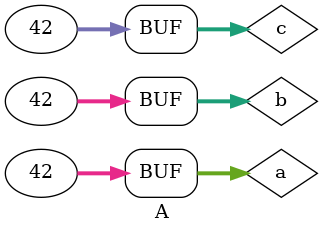
<source format=sv>
module A;
	int a;
	int b;
	int c;

	initial;

	initial a = 42;

	initial b = a;

	initial begin
	end

	initial begin
		c = 0;
		#5ns;
		c = 1;
		#5ns;
		c = a;
		#5ns;
	end
endmodule

</source>
